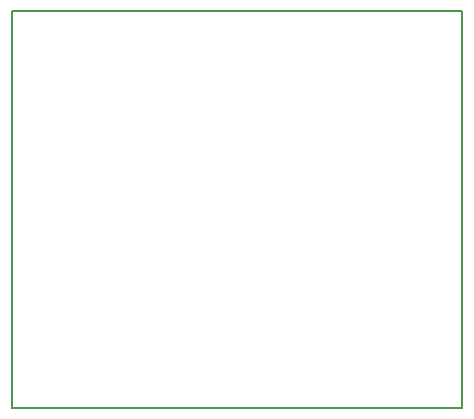
<source format=gko>
G04 #@! TF.FileFunction,Profile,NP*
%FSLAX46Y46*%
G04 Gerber Fmt 4.6, Leading zero omitted, Abs format (unit mm)*
G04 Created by KiCad (PCBNEW 4.0.4-stable) date 01/29/17 13:46:40*
%MOMM*%
%LPD*%
G01*
G04 APERTURE LIST*
%ADD10C,0.100000*%
%ADD11C,0.150000*%
G04 APERTURE END LIST*
D10*
D11*
X129540000Y-88900000D02*
X129540000Y-90170000D01*
X167640000Y-88900000D02*
X129540000Y-88900000D01*
X167640000Y-122555000D02*
X167640000Y-88900000D01*
X129540000Y-122555000D02*
X167640000Y-122555000D01*
X129540000Y-90170000D02*
X129540000Y-122555000D01*
M02*

</source>
